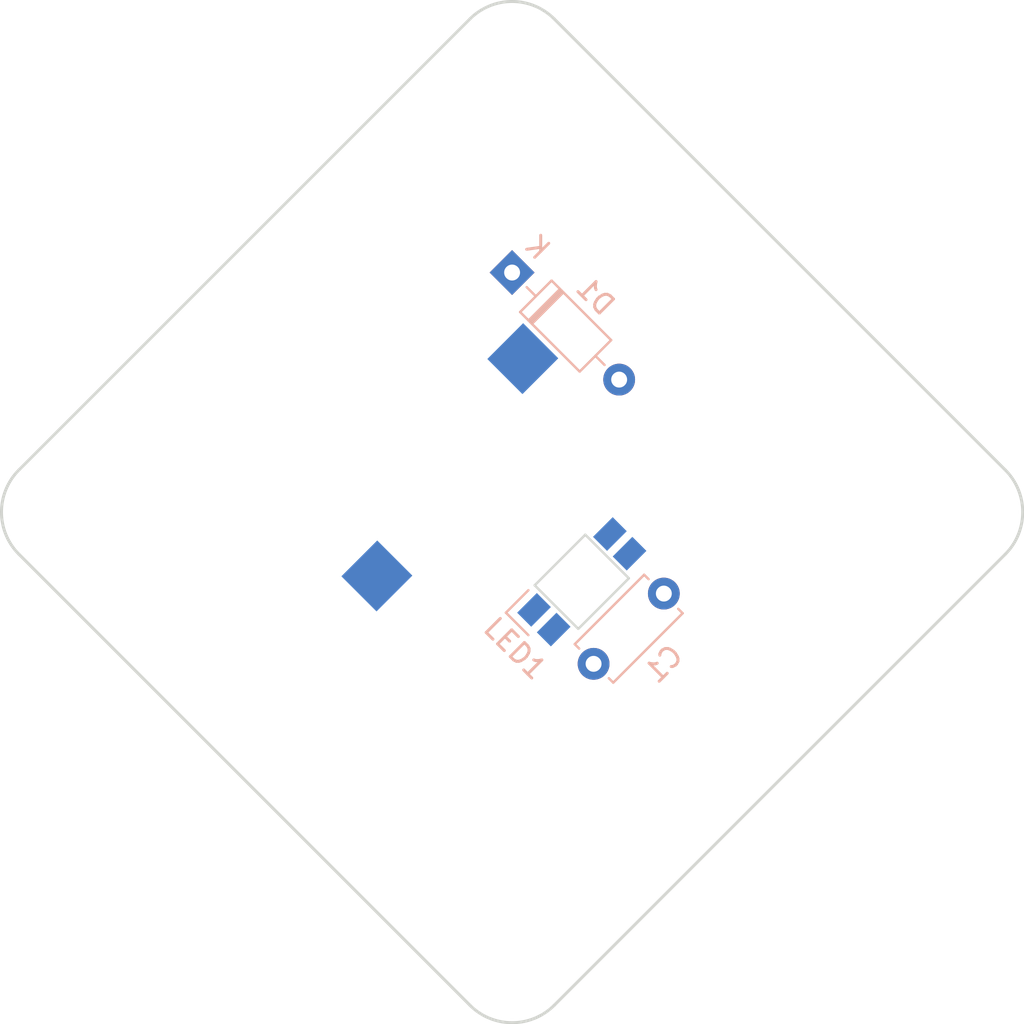
<source format=kicad_pcb>

            
(kicad_pcb (version 20171130) (host pcbnew 5.1.6)

  (page A3)
  (title_block
    (title travis_key)
    (rev 2024.03.20)
    (company "Travis Hardiman")
  )

  (general
    (thickness 1.6)
  )

  (layers
    (0 F.Cu signal)
    (31 B.Cu signal)
    (32 B.Adhes user)
    (33 F.Adhes user)
    (34 B.Paste user)
    (35 F.Paste user)
    (36 B.SilkS user)
    (37 F.SilkS user)
    (38 B.Mask user)
    (39 F.Mask user)
    (40 Dwgs.User user)
    (41 Cmts.User user)
    (42 Eco1.User user)
    (43 Eco2.User user)
    (44 Edge.Cuts user)
    (45 Margin user)
    (46 B.CrtYd user)
    (47 F.CrtYd user)
    (48 B.Fab user)
    (49 F.Fab user)
  )

  (setup
    (last_trace_width 0.25)
    (trace_clearance 0.2)
    (zone_clearance 0.508)
    (zone_45_only no)
    (trace_min 0.2)
    (via_size 0.8)
    (via_drill 0.4)
    (via_min_size 0.4)
    (via_min_drill 0.3)
    (uvia_size 0.3)
    (uvia_drill 0.1)
    (uvias_allowed no)
    (uvia_min_size 0.2)
    (uvia_min_drill 0.1)
    (edge_width 0.05)
    (segment_width 0.2)
    (pcb_text_width 0.3)
    (pcb_text_size 1.5 1.5)
    (mod_edge_width 0.12)
    (mod_text_size 1 1)
    (mod_text_width 0.15)
    (pad_size 1.524 1.524)
    (pad_drill 0.762)
    (pad_to_mask_clearance 0.05)
    (aux_axis_origin 0 0)
    (visible_elements FFFFFF7F)
    (pcbplotparams
      (layerselection 0x010fc_ffffffff)
      (usegerberextensions false)
      (usegerberattributes true)
      (usegerberadvancedattributes true)
      (creategerberjobfile true)
      (excludeedgelayer true)
      (linewidth 0.100000)
      (plotframeref false)
      (viasonmask false)
      (mode 1)
      (useauxorigin false)
      (hpglpennumber 1)
      (hpglpenspeed 20)
      (hpglpendiameter 15.000000)
      (psnegative false)
      (psa4output false)
      (plotreference true)
      (plotvalue true)
      (plotinvisibletext false)
      (padsonsilk false)
      (subtractmaskfromsilk false)
      (outputformat 1)
      (mirror false)
      (drillshape 1)
      (scaleselection 1)
      (outputdirectory ""))
  )

            (net 0 "")
(net 1 "single_A_one")
(net 2 "col0")
(net 3 "row0")
(net 4 "LED_1")
(net 5 "LED_0")
(net 6 "RAW")
(net 7 "GND")
            
  (net_class Default "This is the default net class."
    (clearance 0.2)
    (trace_width 0.25)
    (via_dia 0.8)
    (via_drill 0.4)
    (uvia_dia 0.3)
    (uvia_drill 0.1)
    (add_net "")
(add_net "single_A_one")
(add_net "col0")
(add_net "row0")
(add_net "LED_1")
(add_net "LED_0")
(add_net "RAW")
(add_net "GND")
  )

            
(module MX (layer F.Cu) (tedit 5DD4F656)
    (at 100 100 45)
    (fp_text reference "S1" (at 0 0) (layer F.SilkS)  (effects (font (size 1.27 1.27) (thickness 0.15))))
    (fp_text value "" (at 0 0) (layer F.SilkS) hide (effects (font (size 1.27 1.27) (thickness 0.15))))
    
    (fp_line (start -7 -6) (end -7 -7) (layer Dwgs.User) (width 0.15))
    (fp_line (start -7 7) (end -6 7) (layer Dwgs.User) (width 0.15))
    (fp_line (start -6 -7) (end -7 -7) (layer Dwgs.User) (width 0.15))
    (fp_line (start -7 7) (end -7 6) (layer Dwgs.User) (width 0.15))
    (fp_line (start 7 6) (end 7 7) (layer Dwgs.User) (width 0.15))
    (fp_line (start 7 -7) (end 6 -7) (layer Dwgs.User) (width 0.15))
    (fp_line (start 6 7) (end 7 7) (layer Dwgs.User) (width 0.15))
    (fp_line (start 7 -7) (end 7 -6) (layer Dwgs.User) (width 0.15))
    
    (pad "" np_thru_hole circle (at 0 0) (size 3.9878 3.9878) (drill 3.9878) (layers *.Cu *.Mask))
    (pad "" np_thru_hole circle (at 5.08 0) (size 1.7018 1.7018) (drill 1.7018) (layers *.Cu *.Mask))
    (pad "" np_thru_hole circle (at -5.08 0) (size 1.7018 1.7018) (drill 1.7018) (layers *.Cu *.Mask))

    (fp_line (start -9.5 -9.5) (end 9.5 -9.5) (layer Dwgs.User) (width 0.15))
    (fp_line (start 9.5 -9.5) (end 9.5 9.5) (layer Dwgs.User) (width 0.15))
    (fp_line (start 9.5 9.5) (end -9.5 9.5) (layer Dwgs.User) (width 0.15))
    (fp_line (start -9.5 9.5) (end -9.5 -9.5) (layer Dwgs.User) (width 0.15))
        
    (pad "" np_thru_hole circle (at 2.54 -5.08) (size 3 3) (drill 3) (layers *.Cu *.Mask))
    (pad "" np_thru_hole circle (at -3.81 -2.54) (size 3 3) (drill 3) (layers *.Cu *.Mask))

    (pad 1 smd rect (at -7.085 -2.54 45) (size 2.55 2.5) (layers B.Cu B.Paste B.Mask) (net 2 "col0"))
    (pad 2 smd rect (at 5.842 -5.08 45) (size 2.55 2.5) (layers B.Cu B.Paste B.Mask) (net 1 "single_A_one"))
)

(module "Diode_DO-35" (layer "B.Cu")
  (descr "Diode, DO-35_SOD27 series, Axial, Horizontal, pin pitch=7.62mm, , length*diameter=4*2mm^2, , http://www.diodes.com/_files/packages/DO-35.pdf")
  (tags "Diode DO-35_SOD27 series Axial Horizontal pin pitch 7.62mm  length 4mm diameter 2mm")
  (at 100.0000 87.9438 315)
  
  (fp_text reference "D1" (at 3.81 -2.12 315) (layer "B.SilkS") 
    (effects (font (size 1 1) (thickness 0.15)) (justify mirror))
  )
  (fp_text value "1N4148" (at 3.81 0 315) (layer "B.Fab")
    (effects (font (size 0.8 1) (thickness 0.15)))
  )
  (fp_text user "K" (at 0 -1.8 315) (layer "B.SilkS")
    (effects (font (size 1 1) (thickness 0.15)) (justify mirror))
  )
  (fp_text user "K" (at 0 -1.8 315) (layer "B.Fab")
    (effects (font (size 1 1) (thickness 0.15)) (justify mirror))
  )

  (fp_line (start 1.04 0) (end 1.69 0)
    (stroke (width 0.12) (type solid)) (layer "B.SilkS") )
  (fp_line (start 1.69 -1.12) (end 1.69 1.12)
    (stroke (width 0.12) (type solid)) (layer "B.SilkS") )
  (fp_line (start 1.69 1.12) (end 5.93 1.12)
    (stroke (width 0.12) (type solid)) (layer "B.SilkS") )
  (fp_line (start 2.29 -1.12) (end 2.29 1.12)
    (stroke (width 0.12) (type solid)) (layer "B.SilkS") )
  (fp_line (start 2.41 -1.12) (end 2.41 1.12)
    (stroke (width 0.12) (type solid)) (layer "B.SilkS") )
  (fp_line (start 2.53 -1.12) (end 2.53 1.12)
    (stroke (width 0.12) (type solid)) (layer "B.SilkS") )
  (fp_line (start 5.93 -1.12) (end 1.69 -1.12)
    (stroke (width 0.12) (type solid)) (layer "B.SilkS") )
  (fp_line (start 5.93 1.12) (end 5.93 -1.12)
    (stroke (width 0.12) (type solid)) (layer "B.SilkS") )
  (fp_line (start 6.58 0) (end 5.93 0)
    (stroke (width 0.12) (type solid)) (layer "B.SilkS") )

  (fp_line (start -1.05 -1.25) (end -1.05 1.25)
    (stroke (width 0.05) (type solid)) (layer "B.CrtYd") )
  (fp_line (start -1.05 1.25) (end 8.67 1.25)
    (stroke (width 0.05) (type solid)) (layer "B.CrtYd") )
  (fp_line (start 8.67 -1.25) (end -1.05 -1.25)
    (stroke (width 0.05) (type solid)) (layer "B.CrtYd") )
  (fp_line (start 8.67 1.25) (end 8.67 -1.25)
    (stroke (width 0.05) (type solid)) (layer "B.CrtYd") )

  (fp_line (start 0 0) (end 1.81 0)
    (stroke (width 0.1) (type solid)) (layer "B.Fab") )
  (fp_line (start 1.81 -1) (end 1.81 1)
    (stroke (width 0.1) (type solid)) (layer "B.Fab") )
  (fp_line (start 1.81 1) (end 5.81 1)
    (stroke (width 0.1) (type solid)) (layer "B.Fab") )
  (fp_line (start 2.31 -1) (end 2.31 1)
    (stroke (width 0.1) (type solid)) (layer "B.Fab") )
  (fp_line (start 2.41 -1) (end 2.41 1)
    (stroke (width 0.1) (type solid)) (layer "B.Fab") )
  (fp_line (start 2.51 -1) (end 2.51 1)
    (stroke (width 0.1) (type solid)) (layer "B.Fab") )
  (fp_line (start 5.81 -1) (end 1.81 -1)
    (stroke (width 0.1) (type solid)) (layer "B.Fab") )
  (fp_line (start 5.81 1) (end 5.81 -1)
    (stroke (width 0.1) (type solid)) (layer "B.Fab") )
  (fp_line (start 7.62 0) (end 5.81 0)
    (stroke (width 0.1) (type solid)) (layer "B.Fab") )
  
  (pad 1 thru_hole rect (at 0 0 315) (size 1.6 1.6) (drill 0.8) (layers "*.Cu" "*.Mask") (net 3 "row0"))
  (pad 2 thru_hole oval (at 7.62 0 315) (size 1.6 1.6) (drill 0.8) (layers "*.Cu" "*.Mask") (net 1 "single_A_one"))

  (model "${SCOTTOKEEBS_KICAD}/3dmodels/ScottoKeebs_Components.3dshapes/Diode_DO-35.step"
    (offset (xyz 0 0 0))
    (scale (xyz 1 1 1))
    (rotate (xyz 0 0 0))
  )
)

(module "ceoloide:led_SK6812mini-e (per-keysingle-side)" 
  (layer B.Cu) (tedit 5F70BC98)
  (at 103.5072 103.5072 45)

  (fp_text reference "LED1" (at -4.75 0 135) (layer B.SilkS) 
    (effects (font (size 1 1) (thickness 0.15)))
  )

  (fp_line (start -1.6 -1.4) (end 1.6 -1.4) (layer Dwgs.User) (width 0.12))
  (fp_line (start -1.6 1.4) (end 1.6 1.4) (layer Dwgs.User) (width 0.12))
  (fp_line (start -1.6 -1.4) (end -1.6 1.4) (layer Dwgs.User) (width 0.12))
  (fp_line (start 1.6 -1.4) (end 1.6 1.4) (layer Dwgs.User) (width 0.12))
  (fp_line (start -1.6 -1.05) (end -2.94 -1.05) (layer Dwgs.User) (width 0.12))
  (fp_line (start -2.94 -1.05) (end -2.94 -0.37) (layer Dwgs.User) (width 0.12))
  (fp_line (start -2.94 -0.37) (end -1.6 -0.37) (layer Dwgs.User) (width 0.12))
  (fp_line (start -1.6 0.35) (end -2.94 0.35) (layer Dwgs.User) (width 0.12))
  (fp_line (start -2.94 1.03) (end -1.6 1.03) (layer Dwgs.User) (width 0.12))
  (fp_line (start -2.94 0.35) (end -2.94 1.03) (layer Dwgs.User) (width 0.12))
  (fp_line (start 1.6 1.03) (end 2.94 1.03) (layer Dwgs.User) (width 0.12))
  (fp_line (start 2.94 0.35) (end 1.6 0.35) (layer Dwgs.User) (width 0.12))
  (fp_line (start 2.94 1.03) (end 2.94 0.35) (layer Dwgs.User) (width 0.12))
  (fp_line (start 1.6 -0.37) (end 2.94 -0.37) (layer Dwgs.User) (width 0.12))
  (fp_line (start 2.94 -1.05) (end 1.6 -1.05) (layer Dwgs.User) (width 0.12))
  (fp_line (start 2.94 -0.37) (end 2.94 -1.05) (layer Dwgs.User) (width 0.12))

  (fp_line (start -3.8 -1.6) (end -2.2 -1.6) (layer B.SilkS) (width 0.12))
  (fp_line (start -3.8 0) (end -3.8 -1.6) (layer B.SilkS) (width 0.12))
  (pad 2 smd rect (at 2.70 -0.7 45) (size 1.4 1) (layers B.Cu B.Paste B.Mask) (net 4 "LED_1"))
  (pad 1 smd rect (at 2.70 0.7 45) (size 1.4 1) (layers B.Cu B.Paste B.Mask) (net 6 "RAW"))
  (pad 3 smd rect (at -2.70 -0.7 45) (size 1.4 1) (layers B.Cu B.Paste B.Mask) (net 7 "GND"))
  (pad 4 smd rect (at -2.70 0.7 45) (size 1.4 1) (layers B.Cu B.Paste B.Mask) (net 5 "LED_0"))
    
  (fp_line (start -0.8 -1.4) (end -0.8 1.4) (layer Dwgs.User) (width 0.12))
  (fp_line (start 0.8 -1.4) (end 0.8 1.4) (layer Dwgs.User) (width 0.12))
  (fp_line (start -1 -1.4) (end -1 1.4) (layer Dwgs.User) (width 0.12))
  (fp_line (start 1 -1.4) (end 1 1.4) (layer Dwgs.User) (width 0.12))
  
  (fp_poly
    (pts
      (xy 1.6 -1.05) (xy 2.94 -1.05) (xy 2.94 -0.37) (xy 1.6 -0.37) (xy 1.6 0.35)
      (xy 2.94 0.35) (xy 2.94 1.03) (xy 1.6 1.03) (xy 1.6 1.4) (xy -1.6 1.4)
      (xy -1.6 1.03) (xy -2.94 1.03) (xy -2.94 0.35) (xy -1.6 0.35) (xy -1.6 -0.37)
      (xy -2.94 -0.37) (xy -2.94 -1.05) (xy -1.6 -1.05) (xy -1.6 -1.4) (xy 1.6 -1.4)
    )
    (width 0.1) (layer "B.CrtYd")
  )

  (fp_line (start -1.8 -1.55) (end -1.8 1.55) (layer Edge.Cuts) (width 0.12))
  (fp_line (start -1.8 1.55) (end 1.8 1.55) (layer Edge.Cuts) (width 0.12))
  (fp_line (start 1.8 1.55) (end 1.8 -1.55) (layer Edge.Cuts) (width 0.12))
  (fp_line (start 1.8 -1.55) (end -1.8 -1.55) (layer Edge.Cuts) (width 0.12))
)
  
(zone (net 0) (net_name "") (layers "F&B.Cu") (hatch edge 0.3)
  (connect_pads (clearance 0))
  (min_thickness 0.25)
  (keepout (tracks not_allowed) (vias not_allowed) (copperpour not_allowed))
  (fill (thermal_gap 0.5) (thermal_bridge_width 0.5))
  (polygon
    (pts
      (xy 100.7849 103.6133)
      (xy 103.6133 100.7849)
      (xy 106.2296 103.4012)
      (xy 103.4012 106.2296)
    )
  )
)

(module C_Disc_D4.7mm_W2.5mm_P5.00mm (layer B.Cu) (tedit 5AE50EF0)
  (descr "C, Disc series, Radial, pin pitch=5.00mm, , diameter*width=4.7*2.5mm^2, Capacitor, http://www.vishay.com/docs/45233/krseries.pdf")
  (tags "C Disc series Radial pin pitch 5.00mm  diameter 4.7mm width 2.5mm Capacitor")
  (at 107.6368 104.1012 225)

  (fp_text reference "C1" (at 2.5 -2.5 225) (layer B.SilkS) 
    (effects (font (size 1 1) (thickness 0.15)) (justify mirror))
  )
  (fp_text value "104" (at 2.5 2.5 225) (layer B.Fab)
    (effects (font (size 1 1) (thickness 0.15)) (justify mirror))
  )
  (fp_line (start 0.15 -1.25) (end 0.15 1.25) (layer B.Fab) (width 0.1))
  (fp_line (start 0.15 1.25) (end 4.85 1.25) (layer B.Fab) (width 0.1))
  (fp_line (start 4.85 1.25) (end 4.85 -1.25) (layer B.Fab) (width 0.1))
  (fp_line (start 4.85 -1.25) (end 0.15 -1.25) (layer B.Fab) (width 0.1))
  (fp_line (start 0.03 -1.37) (end 4.97 -1.37) (layer B.SilkS) (width 0.12))
  (fp_line (start 0.03 1.37) (end 4.97 1.37) (layer B.SilkS) (width 0.12))
  (fp_line (start 0.03 -1.37) (end 0.03 -1.055) (layer B.SilkS) (width 0.12))
  (fp_line (start 0.03 1.055) (end 0.03 1.37) (layer B.SilkS) (width 0.12))
  (fp_line (start 4.97 -1.37) (end 4.97 -1.055) (layer B.SilkS) (width 0.12))
  (fp_line (start 4.97 1.055) (end 4.97 1.37) (layer B.SilkS) (width 0.12))
  (fp_line (start -1.05 -1.5) (end -1.05 1.5) (layer B.CrtYd) (width 0.05))
  (fp_line (start -1.05 1.5) (end 6.05 1.5) (layer B.CrtYd) (width 0.05))
  (fp_line (start 6.05 1.5) (end 6.05 -1.5) (layer B.CrtYd) (width 0.05))
  (fp_line (start 6.05 -1.5) (end -1.05 -1.5) (layer B.CrtYd) (width 0.05))
  (pad 1 thru_hole circle (at 0 0) (size 1.6 1.6) (drill 0.8) (layers *.Cu *.Mask) (net 6 "RAW"))
  (pad 2 thru_hole circle (at 5 0) (size 1.6 1.6) (drill 0.8) (layers *.Cu *.Mask) (net 7 "GND"))
  (fp_text user %R (at 2.5 0) (layer B.Fab)
    (effects (font (size 0.94 0.94) (thickness 0.141)))
  )
  (model ${KISYS3DMOD}/Capacitor_THT.3dshapes/C_Disc_D4.7mm_W2.5mm_P5.00mm.wrl
    (at (xyz 0 0 0))
    (scale (xyz 1 1 1))
    (rotate (xyz 0 0 0))
  )
)
            (gr_line (start 97.8786797 124.8194481) (end 75.1805519 102.1213203) (angle 90) (layer Edge.Cuts) (width 0.15))
(gr_line (start 75.1805519 97.8786797) (end 97.8786797 75.1805519) (angle 90) (layer Edge.Cuts) (width 0.15))
(gr_line (start 102.1213203 75.1805519) (end 124.8194481 97.8786797) (angle 90) (layer Edge.Cuts) (width 0.15))
(gr_line (start 124.8194481 102.1213203) (end 102.1213203 124.8194481) (angle 90) (layer Edge.Cuts) (width 0.15))
(gr_arc (start 77.30187219999999 100) (end 75.1805519 97.8786797) (angle -90) (layer Edge.Cuts) (width 0.15))
(gr_arc (start 100 77.30187219999999) (end 102.1213203 75.1805519) (angle -90) (layer Edge.Cuts) (width 0.15))
(gr_arc (start 122.69812780000001 100) (end 124.8194481 102.1213203) (angle -90) (layer Edge.Cuts) (width 0.15))
(gr_arc (start 100 122.69812780000001) (end 97.8786797 124.8194481) (angle -90) (layer Edge.Cuts) (width 0.15))
            
)

        
</source>
